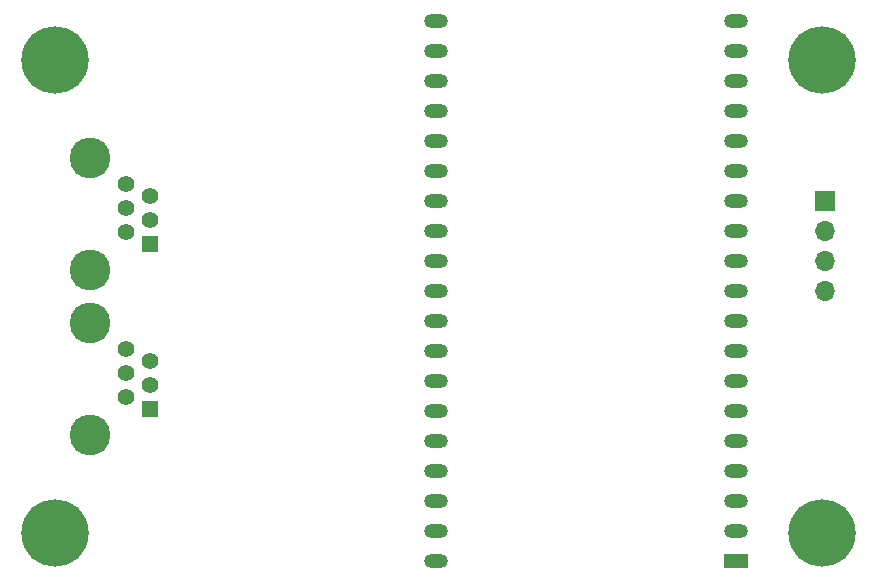
<source format=gbr>
G04 #@! TF.GenerationSoftware,KiCad,Pcbnew,7.0.2.1-36-g582732918d-dirty-deb11*
G04 #@! TF.CreationDate,2023-06-27T11:17:07+00:00*
G04 #@! TF.ProjectId,LocoBuffer,4c6f636f-4275-4666-9665-722e6b696361,rev?*
G04 #@! TF.SameCoordinates,Original*
G04 #@! TF.FileFunction,Soldermask,Bot*
G04 #@! TF.FilePolarity,Negative*
%FSLAX46Y46*%
G04 Gerber Fmt 4.6, Leading zero omitted, Abs format (unit mm)*
G04 Created by KiCad (PCBNEW 7.0.2.1-36-g582732918d-dirty-deb11) date 2023-06-27 11:17:07*
%MOMM*%
%LPD*%
G01*
G04 APERTURE LIST*
%ADD10C,3.450000*%
%ADD11R,1.398000X1.398000*%
%ADD12C,1.398000*%
%ADD13C,5.700000*%
%ADD14R,2.000000X1.200000*%
%ADD15O,2.000000X1.200000*%
%ADD16R,1.700000X1.700000*%
%ADD17O,1.700000X1.700000*%
G04 APERTURE END LIST*
D10*
X38000000Y-83237500D03*
X38000000Y-92762500D03*
D11*
X43080000Y-90540000D03*
D12*
X41050000Y-89524000D03*
X43080000Y-88508000D03*
X41048000Y-87492000D03*
X43080000Y-86476000D03*
X41050000Y-85460000D03*
D10*
X38000000Y-97237500D03*
X38000000Y-106762500D03*
D11*
X43080000Y-104540000D03*
D12*
X41050000Y-103524000D03*
X43080000Y-102508000D03*
X41048000Y-101492000D03*
X43080000Y-100476000D03*
X41050000Y-99460000D03*
D13*
X35000000Y-75000000D03*
X35000000Y-115000000D03*
X100000000Y-115000000D03*
X100000000Y-75000000D03*
D14*
X92710000Y-117403440D03*
D15*
X92710000Y-114863440D03*
X92710000Y-112323440D03*
X92710000Y-109783440D03*
X92710000Y-107243440D03*
X92710000Y-104703440D03*
X92710000Y-102163440D03*
X92710000Y-99623440D03*
X92710000Y-97083440D03*
X92710000Y-94543440D03*
X92710000Y-92003440D03*
X92710000Y-89463440D03*
X92710000Y-86923440D03*
X92710000Y-84383440D03*
X92710000Y-81843440D03*
X92710000Y-79303440D03*
X92710000Y-76763440D03*
X92710000Y-74223440D03*
X92710000Y-71683440D03*
X67313680Y-71686160D03*
X67313680Y-74226160D03*
X67310000Y-76763440D03*
X67310000Y-79303440D03*
X67310000Y-81843440D03*
X67310000Y-84383440D03*
X67310000Y-86923440D03*
X67310000Y-89463440D03*
X67310000Y-92003440D03*
X67310000Y-94543440D03*
X67310000Y-97083440D03*
X67310000Y-99623440D03*
X67310000Y-102163440D03*
X67310000Y-104703440D03*
X67310000Y-107243440D03*
X67310000Y-109783440D03*
X67310000Y-112323440D03*
X67310000Y-114863440D03*
X67310000Y-117403440D03*
D16*
X100250000Y-86920000D03*
D17*
X100250000Y-89460000D03*
X100250000Y-92000000D03*
X100250000Y-94540000D03*
M02*

</source>
